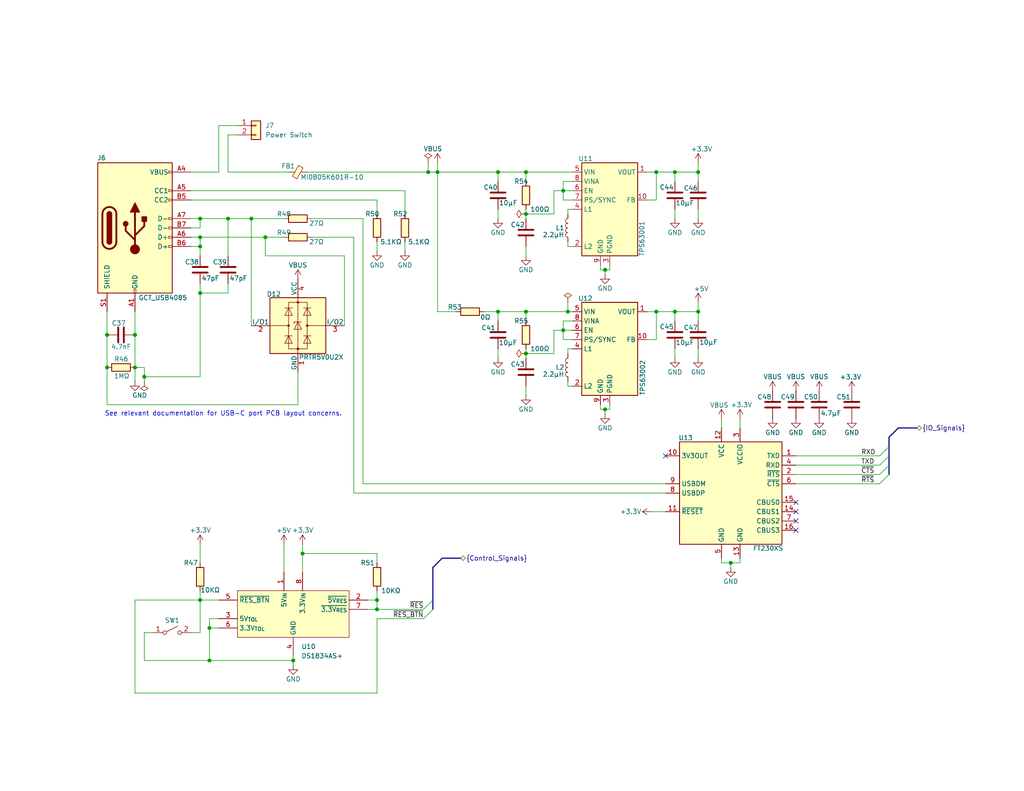
<source format=kicad_sch>
(kicad_sch (version 20231120) (generator "eeschema") (generator_version "8.0")
  (paper "USLetter")
  (lib_symbols
    (symbol "Connector:USB_C_Receptacle_USB2.0_14P" (pin_names (offset 1.016))
      (property "Reference" "J" (at 0 22.225 0))
      (property "Value" "USB_C_Receptacle_USB2.0_14P" (at 0 19.685 0))
      (symbol "USB_C_Receptacle_USB2.0_14P_0_0"
        (rectangle (start -0.254 -17.78) (end 0.254 -16.764))
        (rectangle (start 10.16 -4.826) (end 9.144 -5.334))
        (rectangle (start 10.16 -2.286) (end 9.144 -2.794))
        (rectangle (start 10.16 0.254) (end 9.144 -0.254))
        (rectangle (start 10.16 2.794) (end 9.144 2.286))
        (rectangle (start 10.16 7.874) (end 9.144 7.366))
        (rectangle (start 10.16 10.414) (end 9.144 9.906))
        (rectangle (start 10.16 15.494) (end 9.144 14.986))
      )
      (symbol "USB_C_Receptacle_USB2.0_14P_0_1"
        (rectangle (start -10.16 17.78) (end 10.16 -17.78) (stroke (width 0.254)) (fill (type background)))
        (arc (start -8.89 -3.81) (mid -6.985 -5.7067) (end -5.08 -3.81) (stroke (width 0.508)))
        (arc (start -7.62 -3.81) (mid -6.985 -4.4423) (end -6.35 -3.81) (stroke (width 0.254)))
        (arc (start -7.62 -3.81) (mid -6.985 -4.4423) (end -6.35 -3.81) (stroke (width 0.254)) (fill (type outline)))
        (rectangle (start -7.62 -3.81) (end -6.35 3.81) (stroke (width 0.254)) (fill (type outline)))
        (arc (start -6.35 3.81) (mid -6.985 4.4423) (end -7.62 3.81) (stroke (width 0.254)))
        (arc (start -6.35 3.81) (mid -6.985 4.4423) (end -7.62 3.81) (stroke (width 0.254)) (fill (type outline)))
        (arc (start -5.08 3.81) (mid -6.985 5.7067) (end -8.89 3.81) (stroke (width 0.508)))
        (circle (center -2.54 1.143) (radius 0.635) (stroke (width 0.254)) (fill (type outline)))
        (circle (center 0 -5.842) (radius 1.27) (fill (type outline)))
        (polyline (pts (xy -8.89 -3.81) (xy -8.89 3.81)) (stroke (width 0.508)))
        (polyline (pts (xy -5.08 3.81) (xy -5.08 -3.81)) (stroke (width 0.508)))
        (polyline (pts (xy 0 -5.842) (xy 0 4.318)) (stroke (width 0.508)))
        (polyline (pts (xy 0 -3.302) (xy -2.54 -0.762) (xy -2.54 0.508)) (stroke (width 0.508)))
        (polyline (pts (xy 0 -2.032) (xy 2.54 0.508) (xy 2.54 1.778)) (stroke (width 0.508)))
        (polyline (pts (xy -1.27 4.318) (xy 0 6.858) (xy 1.27 4.318) (xy -1.27 4.318)) (stroke (width 0.254)) (fill (type outline)))
        (rectangle (start 1.905 1.778) (end 3.175 3.048) (stroke (width 0.254)) (fill (type outline)))
      )
      (symbol "USB_C_Receptacle_USB2.0_14P_1_1"
        (pin passive line (at 0 -22.86 90) (length 5.08) (name "GND") (number "A1"))
        (pin passive line (at 0 -22.86 90) (length 5.08) hide (name "GND") (number "A12"))
        (pin passive line (at 15.24 15.24 180) (length 5.08) (name "VBUS") (number "A4"))
        (pin bidirectional line (at 15.24 10.16 180) (length 5.08) (name "CC1") (number "A5"))
        (pin bidirectional line (at 15.24 -2.54 180) (length 5.08) (name "D+") (number "A6"))
        (pin bidirectional line (at 15.24 2.54 180) (length 5.08) (name "D-") (number "A7"))
        (pin passive line (at 15.24 15.24 180) (length 5.08) hide (name "VBUS") (number "A9"))
        (pin passive line (at 0 -22.86 90) (length 5.08) hide (name "GND") (number "B1"))
        (pin passive line (at 0 -22.86 90) (length 5.08) hide (name "GND") (number "B12"))
        (pin passive line (at 15.24 15.24 180) (length 5.08) hide (name "VBUS") (number "B4"))
        (pin bidirectional line (at 15.24 7.62 180) (length 5.08) (name "CC2") (number "B5"))
        (pin bidirectional line (at 15.24 -5.08 180) (length 5.08) (name "D+") (number "B6"))
        (pin bidirectional line (at 15.24 0 180) (length 5.08) (name "D-") (number "B7"))
        (pin passive line (at 15.24 15.24 180) (length 5.08) hide (name "VBUS") (number "B9"))
        (pin passive line (at -7.62 -22.86 90) (length 5.08) (name "SHIELD") (number "S1"))
      )
    )
    (symbol "Connector_Generic:Conn_01x02" (pin_names (offset 1.016) hide)
      (property "Reference" "J" (at 0 2.54 0))
      (property "Value" "Conn_01x02" (at 0 -5.08 0))
      (symbol "Conn_01x02_1_1"
        (rectangle (start -1.27 -2.413) (end 0 -2.667) (stroke (width 0.1524)))
        (rectangle (start -1.27 0.127) (end 0 -0.127) (stroke (width 0.1524)))
        (rectangle (start -1.27 1.27) (end 1.27 -3.81) (stroke (width 0.254)) (fill (type background)))
        (pin passive line (at -5.08 0 0) (length 3.81) (name "Pin_1") (number "1"))
        (pin passive line (at -5.08 -2.54 0) (length 3.81) (name "Pin_2") (number "2"))
      )
    )
    (symbol "Device:C" (pin_numbers hide) (pin_names (offset 0.254))
      (property "Reference" "C" (at 0.635 2.54 0))
      (property "Value" "C" (at 0.635 -2.54 0))
      (symbol "C_0_1"
        (polyline (pts (xy -2.032 -0.762) (xy 2.032 -0.762)) (stroke (width 0.508)))
        (polyline (pts (xy -2.032 0.762) (xy 2.032 0.762)) (stroke (width 0.508)))
      )
      (symbol "C_1_1"
        (pin passive line (at 0 3.81 270) (length 2.794) (name "~") (number "1"))
        (pin passive line (at 0 -3.81 90) (length 2.794) (name "~") (number "2"))
      )
    )
    (symbol "Device:FerriteBead_Small" (pin_numbers hide) (pin_names (offset 0))
      (property "Reference" "FB" (at 1.905 1.27 0))
      (property "Value" "FerriteBead_Small" (at 1.905 -1.27 0))
      (symbol "FerriteBead_Small_0_1"
        (polyline (pts (xy 0 -1.27) (xy 0 -0.7874)))
        (polyline (pts (xy 0 0.889) (xy 0 1.2954)))
      )
      (symbol "FerriteBead_Small_1_1"
        (polyline (pts (xy -1.8288 0.2794) (xy -1.1176 1.4986) (xy 1.8288 -0.2032) (xy 1.1176 -1.4224) (xy -1.8288 0.2794)) (fill (type background)))
        (pin passive line (at 0 2.54 270) (length 1.27) (name "~") (number "1"))
        (pin passive line (at 0 -2.54 90) (length 1.27) (name "~") (number "2"))
      )
    )
    (symbol "Device:L" (pin_numbers hide) (pin_names (offset 1.016) hide)
      (property "Reference" "L" (at -1.27 0 90))
      (property "Value" "L" (at 1.905 0 90))
      (symbol "L_0_1"
        (arc (start 0 -2.54) (mid 0.6323 -1.905) (end 0 -1.27))
        (arc (start 0 -1.27) (mid 0.6323 -0.635) (end 0 0))
        (arc (start 0 0) (mid 0.6323 0.635) (end 0 1.27))
        (arc (start 0 1.27) (mid 0.6323 1.905) (end 0 2.54))
      )
      (symbol "L_1_1"
        (pin passive line (at 0 3.81 270) (length 1.27) (name "1") (number "1"))
        (pin passive line (at 0 -3.81 90) (length 1.27) (name "2") (number "2"))
      )
    )
    (symbol "Device:R" (pin_numbers hide) (pin_names (offset 0))
      (property "Reference" "R" (at 2.032 0 90))
      (property "Value" "R" (at 0 0 90))
      (symbol "R_1_1"
        (rectangle (start -1.016 2.54) (end 1.016 -2.54) (stroke (width 0.254)) (fill (type background)))
        (pin passive line (at 0 3.81 270) (length 1.27) (name "~") (number "1"))
        (pin passive line (at 0 -3.81 90) (length 1.27) (name "~") (number "2"))
      )
    )
    (symbol "Interface_USB:FT230XS"
      (property "Reference" "U" (at -13.97 15.24 0))
      (property "Value" "FT230XS" (at 7.62 15.24 0))
      (symbol "FT230XS_0_1"
        (rectangle (start -13.97 13.97) (end 13.97 -13.97) (stroke (width 0.254)) (fill (type background)))
      )
      (symbol "FT230XS_1_1"
        (pin output line (at 17.78 10.16 180) (length 3.81) (name "TXD") (number "1"))
        (pin power_out line (at -17.78 10.16 0) (length 3.81) (name "3V3OUT") (number "10"))
        (pin input line (at -17.78 -5.08 0) (length 3.81) (name "~{RESET}") (number "11"))
        (pin power_in line (at -2.54 17.78 270) (length 3.81) (name "VCC") (number "12"))
        (pin power_in line (at 2.54 -17.78 90) (length 3.81) (name "GND") (number "13"))
        (pin bidirectional line (at 17.78 -5.08 180) (length 3.81) (name "CBUS1") (number "14"))
        (pin bidirectional line (at 17.78 -2.54 180) (length 3.81) (name "CBUS0") (number "15"))
        (pin bidirectional line (at 17.78 -10.16 180) (length 3.81) (name "CBUS3") (number "16"))
        (pin output line (at 17.78 5.08 180) (length 3.81) (name "~{RTS}") (number "2"))
        (pin power_in line (at 2.54 17.78 270) (length 3.81) (name "VCCIO") (number "3"))
        (pin input line (at 17.78 7.62 180) (length 3.81) (name "RXD") (number "4"))
        (pin power_in line (at -2.54 -17.78 90) (length 3.81) (name "GND") (number "5"))
        (pin input line (at 17.78 2.54 180) (length 3.81) (name "~{CTS}") (number "6"))
        (pin bidirectional line (at 17.78 -7.62 180) (length 3.81) (name "CBUS2") (number "7"))
        (pin bidirectional line (at -17.78 0 0) (length 3.81) (name "USBDP") (number "8"))
        (pin bidirectional line (at -17.78 2.54 0) (length 3.81) (name "USBDM") (number "9"))
      )
    )
    (symbol "PWR_FLAG_1" (power) (pin_numbers hide) (pin_names (offset 0) hide)
      (property "Value" "PWR_FLAG" (at 0 3.81 0))
      (symbol "PWR_FLAG_1_0_0"
        (pin power_out line (at 0 0 90) (length 0) (name "~") (number "1"))
      )
      (symbol "PWR_FLAG_1_1_1"
        (polyline (pts (xy 0 0) (xy 0 1.27) (xy -1.016 1.905) (xy 0 2.54) (xy 1.016 1.905) (xy 0 1.27)) (fill (type background)))
      )
    )
    (symbol "PWR_FLAG_2" (power) (pin_numbers hide) (pin_names (offset 0) hide)
      (property "Value" "PWR_FLAG" (at 0 3.81 0))
      (symbol "PWR_FLAG_2_0_0"
        (pin power_out line (at 0 0 90) (length 0) (name "~") (number "1"))
      )
      (symbol "PWR_FLAG_2_1_1"
        (polyline (pts (xy 0 0) (xy 0 1.27) (xy -1.016 1.905) (xy 0 2.54) (xy 1.016 1.905) (xy 0 1.27)) (fill (type background)))
      )
    )
    (symbol "PWR_FLAG_3" (power) (pin_numbers hide) (pin_names (offset 0) hide)
      (property "Value" "PWR_FLAG" (at 0 3.81 0))
      (symbol "PWR_FLAG_3_0_0"
        (pin power_out line (at 0 0 90) (length 0) (name "~") (number "1"))
      )
      (symbol "PWR_FLAG_3_1_1"
        (polyline (pts (xy 0 0) (xy 0 1.27) (xy -1.016 1.905) (xy 0 2.54) (xy 1.016 1.905) (xy 0 1.27)) (fill (type background)))
      )
    )
    (symbol "PWR_FLAG_4" (power) (pin_numbers hide) (pin_names (offset 0) hide)
      (property "Value" "PWR_FLAG" (at 0 3.81 0))
      (symbol "PWR_FLAG_4_0_0"
        (pin power_out line (at 0 0 90) (length 0) (name "~") (number "1"))
      )
      (symbol "PWR_FLAG_4_1_1"
        (polyline (pts (xy 0 0) (xy 0 1.27) (xy -1.016 1.905) (xy 0 2.54) (xy 1.016 1.905) (xy 0 1.27)) (fill (type background)))
      )
    )
    (symbol "Power_Protection:PRTR5V0U2X" (pin_names (offset 0))
      (property "Reference" "D" (at 2.794 8.636 0))
      (property "Value" "PRTR5V0U2X" (at 8.128 -9.398 0))
      (symbol "PRTR5V0U2X_0_1"
        (rectangle (start -7.62 -7.62) (end 7.62 7.62) (stroke (width 0.254)) (fill (type background)))
        (circle (center -2.54 0) (radius 0.254) (fill (type outline)))
        (rectangle (start -2.54 6.35) (end 2.54 -6.35))
        (circle (center 0 -6.35) (radius 0.254) (fill (type outline)))
        (polyline (pts (xy -2.54 0) (xy -7.62 0)))
        (polyline (pts (xy -1.524 -2.794) (xy -3.556 -2.794)))
        (polyline (pts (xy -1.524 4.826) (xy -3.556 4.826)))
        (polyline (pts (xy 0 -7.62) (xy 0 7.62)))
        (polyline (pts (xy 1.524 -2.794) (xy 3.556 -2.794)))
        (polyline (pts (xy 1.524 4.826) (xy 3.556 4.826)))
        (polyline (pts (xy 2.54 0) (xy 7.62 0)))
        (polyline (pts (xy 1.016 1.016) (xy -1.016 1.016) (xy -1.016 0.508)))
        (polyline (pts (xy -3.556 -4.826) (xy -1.524 -4.826) (xy -2.54 -2.794) (xy -3.556 -4.826)))
        (polyline (pts (xy -3.556 2.794) (xy -1.524 2.794) (xy -2.54 4.826) (xy -3.556 2.794)))
        (polyline (pts (xy -1.016 -1.016) (xy 1.016 -1.016) (xy 0 1.016) (xy -1.016 -1.016)))
        (polyline (pts (xy 3.556 -4.826) (xy 1.524 -4.826) (xy 2.54 -2.794) (xy 3.556 -4.826)))
        (polyline (pts (xy 3.556 2.794) (xy 1.524 2.794) (xy 2.54 4.826) (xy 3.556 2.794)))
        (circle (center 0 6.35) (radius 0.254) (fill (type outline)))
        (circle (center 2.54 0) (radius 0.254) (fill (type outline)))
      )
      (symbol "PRTR5V0U2X_1_1"
        (pin passive line (at 0 -12.7 90) (length 5.08) (name "GND") (number "1"))
        (pin passive line (at -12.7 0 0) (length 5.08) (name "I/O1") (number "2"))
        (pin passive line (at 12.7 0 180) (length 5.08) (name "I/O2") (number "3"))
        (pin passive line (at 0 12.7 270) (length 5.08) (name "VCC") (number "4"))
      )
    )
    (symbol "Regulator_Switching:TPS63001"
      (property "Reference" "U" (at -7.62 13.97 0))
      (property "Value" "TPS63001" (at 5.08 13.97 0))
      (symbol "TPS63001_0_1"
        (rectangle (start -7.62 12.7) (end 7.62 -12.7) (stroke (width 0.254)) (fill (type background)))
      )
      (symbol "TPS63001_1_1"
        (pin power_out line (at 10.16 10.16 180) (length 2.54) (name "VOUT") (number "1"))
        (pin input line (at 10.16 2.54 180) (length 2.54) (name "FB") (number "10"))
        (pin passive line (at 0 -15.24 90) (length 2.54) hide (name "PGND") (number "11"))
        (pin input line (at -10.16 -10.16 0) (length 2.54) (name "L2") (number "2"))
        (pin power_in line (at 0 -15.24 90) (length 2.54) (name "PGND") (number "3"))
        (pin input line (at -10.16 0 0) (length 2.54) (name "L1") (number "4"))
        (pin power_in line (at -10.16 10.16 0) (length 2.54) (name "VIN") (number "5"))
        (pin input line (at -10.16 5.08 0) (length 2.54) (name "EN") (number "6"))
        (pin input line (at -10.16 2.54 0) (length 2.54) (name "PS/SYNC") (number "7"))
        (pin power_in line (at -10.16 7.62 0) (length 2.54) (name "VINA") (number "8"))
        (pin power_in line (at -2.54 -15.24 90) (length 2.54) (name "GND") (number "9"))
      )
    )
    (symbol "Regulator_Switching:TPS63002"
      (property "Reference" "U" (at -7.62 13.97 0))
      (property "Value" "TPS63002" (at 5.08 13.97 0))
      (symbol "TPS63002_0_1"
        (rectangle (start -7.62 12.7) (end 7.62 -12.7) (stroke (width 0.254)) (fill (type background)))
      )
      (symbol "TPS63002_1_1"
        (pin power_out line (at 10.16 10.16 180) (length 2.54) (name "VOUT") (number "1"))
        (pin input line (at 10.16 2.54 180) (length 2.54) (name "FB") (number "10"))
        (pin passive line (at 0 -15.24 90) (length 2.54) hide (name "PGND") (number "11"))
        (pin input line (at -10.16 -10.16 0) (length 2.54) (name "L2") (number "2"))
        (pin power_in line (at 0 -15.24 90) (length 2.54) (name "PGND") (number "3"))
        (pin input line (at -10.16 0 0) (length 2.54) (name "L1") (number "4"))
        (pin power_in line (at -10.16 10.16 0) (length 2.54) (name "VIN") (number "5"))
        (pin input line (at -10.16 5.08 0) (length 2.54) (name "EN") (number "6"))
        (pin input line (at -10.16 2.54 0) (length 2.54) (name "PS/SYNC") (number "7"))
        (pin power_in line (at -10.16 7.62 0) (length 2.54) (name "VINA") (number "8"))
        (pin power_in line (at -2.54 -15.24 90) (length 2.54) (name "GND") (number "9"))
      )
    )
    (symbol "Sentinel 65X - Prototype 4 V2:DS1834AS+"
      (property "Reference" "U" (at 0.6077 0.8319 0))
      (property "Value" "DS1834AS+" (at 0 0 0))
      (symbol "DS1834AS+_1_1"
        (rectangle (start 0 0) (end 30.48 -12.7) (fill (type background)))
        (pin power_in line (at 12.7 5.08 270) (length 5.08) (name "5V_{IN}") (number "1"))
        (pin output line (at 35.56 -2.54 180) (length 5.08) (name "~{5V_{RES}}") (number "2"))
        (pin input line (at -5.08 -7.62 0) (length 5.08) (name "5V_{TOL}") (number "3"))
        (pin power_in line (at 15.24 -17.78 90) (length 5.08) (name "GND") (number "4"))
        (pin input line (at -5.08 -2.54 0) (length 5.08) (name "~{RES_BTN}") (number "5"))
        (pin input line (at -5.08 -10.16 0) (length 5.08) (name "3.3V_{TOL}") (number "6"))
        (pin output line (at 35.56 -5.08 180) (length 5.08) (name "~{3.3V_{RES}}") (number "7"))
        (pin power_in line (at 17.78 5.08 270) (length 5.08) (name "3.3V_{IN}") (number "8"))
      )
    )
    (symbol "Switch:SW_SPST" (pin_names (offset 0) hide)
      (property "Reference" "SW" (at 0 3.175 0))
      (property "Value" "SW_SPST" (at 0 -2.54 0))
      (symbol "SW_SPST_0_0"
        (circle (center -2.032 0) (radius 0.508))
        (polyline (pts (xy -1.524 0.254) (xy 1.524 1.778)))
        (circle (center 2.032 0) (radius 0.508))
      )
      (symbol "SW_SPST_1_1"
        (pin passive line (at -5.08 0 0) (length 2.54) (name "A") (number "1"))
        (pin passive line (at 5.08 0 180) (length 2.54) (name "B") (number "2"))
      )
    )
    (symbol "power:+3.3V" (power) (pin_numbers hide) (pin_names (offset 0) hide)
      (property "Value" "+3.3V" (at 0 3.556 0))
      (symbol "+3.3V_0_1"
        (polyline (pts (xy -0.762 1.27) (xy 0 2.54)))
        (polyline (pts (xy 0 0) (xy 0 2.54)))
        (polyline (pts (xy 0 2.54) (xy 0.762 1.27)))
      )
      (symbol "+3.3V_1_1"
        (pin power_in line (at 0 0 90) (length 0) (name "~") (number "1"))
      )
    )
    (symbol "power:+5V" (power) (pin_numbers hide) (pin_names (offset 0) hide)
      (property "Value" "+5V" (at 0 3.556 0))
      (symbol "+5V_0_1"
        (polyline (pts (xy -0.762 1.27) (xy 0 2.54)))
        (polyline (pts (xy 0 0) (xy 0 2.54)))
        (polyline (pts (xy 0 2.54) (xy 0.762 1.27)))
      )
      (symbol "+5V_1_1"
        (pin power_in line (at 0 0 90) (length 0) (name "~") (number "1"))
      )
    )
    (symbol "power:GND" (power) (pin_numbers hide) (pin_names (offset 0) hide)
      (property "Value" "GND" (at 0 -3.81 0))
      (symbol "GND_0_1"
        (polyline (pts (xy 0 0) (xy 0 -1.27) (xy 1.27 -1.27) (xy 0 -2.54) (xy -1.27 -1.27) (xy 0 -1.27)))
      )
      (symbol "GND_1_1"
        (pin power_in line (at 0 0 270) (length 0) (name "~") (number "1"))
      )
    )
    (symbol "power:PWR_FLAG" (power) (pin_numbers hide) (pin_names (offset 0) hide)
      (property "Value" "PWR_FLAG" (at 0 3.81 0))
      (symbol "PWR_FLAG_0_0"
        (pin power_out line (at 0 0 90) (length 0) (name "~") (number "1"))
      )
      (symbol "PWR_FLAG_1_1"
        (polyline (pts (xy 0 0) (xy 0 1.27) (xy -1.016 1.905) (xy 0 2.54) (xy 1.016 1.905) (xy 0 1.27)) (fill (type background)))
      )
    )
    (symbol "power:VBUS" (power) (pin_numbers hide) (pin_names (offset 0) hide)
      (property "Value" "VBUS" (at 0 3.556 0))
      (symbol "VBUS_0_1"
        (polyline (pts (xy -0.762 1.27) (xy 0 2.54)))
        (polyline (pts (xy 0 0) (xy 0 2.54)))
        (polyline (pts (xy 0 2.54) (xy 0.762 1.27)))
      )
      (symbol "VBUS_1_1"
        (pin power_in line (at 0 0 90) (length 0) (name "~") (number "1"))
      )
    )
  )
  (junction (at 57.15 171.45))
  (junction (at 184.15 46.99))
  (junction (at 154.94 85.09))
  (junction (at 184.15 85.09))
  (junction (at 54.61 80.01))
  (junction (at 36.83 91.44))
  (junction (at 102.87 166.37))
  (junction (at 36.83 100.33))
  (junction (at 179.07 85.09))
  (junction (at 165.1 111.76))
  (junction (at 68.58 59.69))
  (junction (at 135.89 85.09))
  (junction (at 82.55 151.13))
  (junction (at 72.39 64.77))
  (junction (at 165.1 73.66))
  (junction (at 143.51 85.09))
  (junction (at 102.87 163.83))
  (junction (at 153.67 52.07))
  (junction (at 190.5 85.09))
  (junction (at 29.21 100.33))
  (junction (at 29.21 91.44))
  (junction (at 135.89 46.99))
  (junction (at 80.01 180.34))
  (junction (at 57.15 180.34))
  (junction (at 143.51 58.42))
  (junction (at 153.67 90.17))
  (junction (at 54.61 64.77))
  (junction (at 199.39 153.67))
  (junction (at 54.61 59.69))
  (junction (at 54.61 67.31))
  (junction (at 54.61 163.83))
  (junction (at 143.51 96.52))
  (junction (at 143.51 46.99))
  (junction (at 62.23 59.69))
  (junction (at 39.37 102.87))
  (junction (at 179.07 46.99))
  (junction (at 116.84 46.99))
  (junction (at 119.38 46.99))
  (junction (at 190.5 46.99))
  (no_connect (at 217.17 142.24))
  (no_connect (at 217.17 144.78))
  (no_connect (at 217.17 137.16))
  (no_connect (at 217.17 139.7))
  (no_connect (at 181.61 124.46))
  (bus_entry (at 242.57 121.92) (size -2.54 2.54))
  (bus_entry (at 242.57 124.46) (size -2.54 2.54))
  (bus_entry (at 118.11 163.83) (size -2.54 2.54))
  (bus_entry (at 118.11 166.37) (size -2.54 2.54))
  (bus_entry (at 242.57 127) (size -2.54 2.54))
  (bus_entry (at 242.57 129.54) (size -2.54 2.54))
  (wire (pts (xy 59.69 34.29) (xy 64.77 34.29)))
  (bus (pts (xy 118.11 163.83) (xy 118.11 166.37)))
  (wire (pts (xy 102.87 54.61) (xy 102.87 58.42)))
  (wire (pts (xy 62.23 77.47) (xy 62.23 80.01)))
  (wire (pts (xy 143.51 95.25) (xy 143.51 96.52)))
  (wire (pts (xy 143.51 57.15) (xy 143.51 58.42)))
  (wire (pts (xy 132.08 85.09) (xy 135.89 85.09)))
  (wire (pts (xy 184.15 46.99) (xy 184.15 49.53)))
  (wire (pts (xy 143.51 46.99) (xy 143.51 49.53)))
  (wire (pts (xy 176.53 54.61) (xy 179.07 54.61)))
  (wire (pts (xy 62.23 36.83) (xy 64.77 36.83)))
  (wire (pts (xy 68.58 59.69) (xy 68.58 88.9)))
  (wire (pts (xy 153.67 49.53) (xy 156.21 49.53)))
  (bus (pts (xy 242.57 119.38) (xy 242.57 121.92)))
  (wire (pts (xy 54.61 59.69) (xy 54.61 62.23)))
  (wire (pts (xy 201.93 114.3) (xy 201.93 116.84)))
  (wire (pts (xy 93.98 69.85) (xy 93.98 88.9)))
  (wire (pts (xy 54.61 59.69) (xy 52.07 59.69)))
  (wire (pts (xy 29.21 91.44) (xy 29.21 100.33)))
  (wire (pts (xy 77.47 148.59) (xy 77.47 156.21)))
  (wire (pts (xy 99.06 59.69) (xy 99.06 132.08)))
  (wire (pts (xy 154.94 57.15) (xy 154.94 58.42)))
  (wire (pts (xy 102.87 168.91) (xy 102.87 189.23)))
  (wire (pts (xy 196.85 153.67) (xy 199.39 153.67)))
  (wire (pts (xy 153.67 87.63) (xy 156.21 87.63)))
  (wire (pts (xy 163.83 111.76) (xy 165.1 111.76)))
  (wire (pts (xy 57.15 171.45) (xy 57.15 180.34)))
  (wire (pts (xy 154.94 95.25) (xy 156.21 95.25)))
  (wire (pts (xy 199.39 153.67) (xy 201.93 153.67)))
  (wire (pts (xy 119.38 46.99) (xy 119.38 85.09)))
  (wire (pts (xy 54.61 148.59) (xy 54.61 153.67)))
  (wire (pts (xy 154.94 95.25) (xy 154.94 96.52)))
  (wire (pts (xy 196.85 114.3) (xy 196.85 116.84)))
  (wire (pts (xy 151.13 52.07) (xy 151.13 58.42)))
  (wire (pts (xy 62.23 36.83) (xy 62.23 46.99)))
  (bus (pts (xy 120.65 152.4) (xy 118.11 154.94)))
  (wire (pts (xy 151.13 90.17) (xy 151.13 96.52)))
  (wire (pts (xy 143.51 96.52) (xy 151.13 96.52)))
  (wire (pts (xy 82.55 151.13) (xy 82.55 156.21)))
  (wire (pts (xy 96.52 64.77) (xy 96.52 134.62)))
  (wire (pts (xy 52.07 52.07) (xy 110.49 52.07)))
  (wire (pts (xy 85.09 64.77) (xy 96.52 64.77)))
  (wire (pts (xy 80.01 179.07) (xy 80.01 180.34)))
  (wire (pts (xy 57.15 168.91) (xy 57.15 171.45)))
  (wire (pts (xy 57.15 171.45) (xy 59.69 171.45)))
  (wire (pts (xy 217.17 124.46) (xy 240.03 124.46)))
  (wire (pts (xy 153.67 54.61) (xy 156.21 54.61)))
  (wire (pts (xy 36.83 100.33) (xy 39.37 100.33)))
  (wire (pts (xy 179.07 46.99) (xy 179.07 54.61)))
  (wire (pts (xy 54.61 77.47) (xy 54.61 80.01)))
  (wire (pts (xy 190.5 46.99) (xy 190.5 49.53)))
  (wire (pts (xy 52.07 64.77) (xy 54.61 64.77)))
  (wire (pts (xy 54.61 59.69) (xy 62.23 59.69)))
  (wire (pts (xy 62.23 46.99) (xy 78.74 46.99)))
  (wire (pts (xy 143.51 58.42) (xy 151.13 58.42)))
  (wire (pts (xy 165.1 111.76) (xy 166.37 111.76)))
  (wire (pts (xy 39.37 102.87) (xy 39.37 104.14)))
  (wire (pts (xy 39.37 100.33) (xy 39.37 102.87)))
  (wire (pts (xy 72.39 69.85) (xy 93.98 69.85)))
  (wire (pts (xy 154.94 104.14) (xy 154.94 105.41)))
  (wire (pts (xy 119.38 44.45) (xy 119.38 46.99)))
  (bus (pts (xy 118.11 154.94) (xy 118.11 163.83)))
  (wire (pts (xy 196.85 152.4) (xy 196.85 153.67)))
  (wire (pts (xy 165.1 73.66) (xy 165.1 74.93)))
  (bus (pts (xy 242.57 121.92) (xy 242.57 124.46)))
  (wire (pts (xy 54.61 67.31) (xy 54.61 69.85)))
  (wire (pts (xy 29.21 85.09) (xy 29.21 91.44)))
  (wire (pts (xy 184.15 85.09) (xy 184.15 87.63)))
  (wire (pts (xy 163.83 110.49) (xy 163.83 111.76)))
  (wire (pts (xy 82.55 151.13) (xy 102.87 151.13)))
  (wire (pts (xy 184.15 97.79) (xy 184.15 95.25)))
  (wire (pts (xy 153.67 52.07) (xy 153.67 54.61)))
  (wire (pts (xy 102.87 151.13) (xy 102.87 153.67)))
  (wire (pts (xy 52.07 46.99) (xy 59.69 46.99)))
  (wire (pts (xy 199.39 154.94) (xy 199.39 153.67)))
  (wire (pts (xy 68.58 59.69) (xy 77.47 59.69)))
  (wire (pts (xy 190.5 85.09) (xy 190.5 82.55)))
  (bus (pts (xy 120.65 152.4) (xy 125.73 152.4)))
  (wire (pts (xy 85.09 59.69) (xy 99.06 59.69)))
  (wire (pts (xy 116.84 46.99) (xy 119.38 46.99)))
  (wire (pts (xy 102.87 66.04) (xy 102.87 68.58)))
  (bus (pts (xy 242.57 127) (xy 242.57 129.54)))
  (wire (pts (xy 59.69 34.29) (xy 59.69 46.99)))
  (wire (pts (xy 153.67 92.71) (xy 156.21 92.71)))
  (wire (pts (xy 135.89 97.79) (xy 135.89 95.25)))
  (wire (pts (xy 72.39 64.77) (xy 72.39 69.85)))
  (wire (pts (xy 29.21 100.33) (xy 29.21 110.49)))
  (wire (pts (xy 36.83 85.09) (xy 36.83 91.44)))
  (wire (pts (xy 165.1 73.66) (xy 166.37 73.66)))
  (wire (pts (xy 143.51 85.09) (xy 143.51 87.63)))
  (wire (pts (xy 36.83 100.33) (xy 36.83 104.14)))
  (wire (pts (xy 184.15 85.09) (xy 190.5 85.09)))
  (wire (pts (xy 54.61 80.01) (xy 62.23 80.01)))
  (wire (pts (xy 39.37 172.72) (xy 41.91 172.72)))
  (wire (pts (xy 80.01 180.34) (xy 80.01 181.61)))
  (wire (pts (xy 52.07 172.72) (xy 54.61 172.72)))
  (wire (pts (xy 154.94 66.04) (xy 154.94 67.31)))
  (bus (pts (xy 242.57 124.46) (xy 242.57 127)))
  (wire (pts (xy 166.37 72.39) (xy 166.37 73.66)))
  (wire (pts (xy 179.07 85.09) (xy 184.15 85.09)))
  (wire (pts (xy 154.94 85.09) (xy 156.21 85.09)))
  (wire (pts (xy 83.82 46.99) (xy 116.84 46.99)))
  (wire (pts (xy 217.17 127) (xy 240.03 127)))
  (wire (pts (xy 39.37 180.34) (xy 57.15 180.34)))
  (wire (pts (xy 190.5 59.69) (xy 190.5 57.15)))
  (wire (pts (xy 153.67 87.63) (xy 153.67 90.17)))
  (wire (pts (xy 54.61 163.83) (xy 54.61 172.72)))
  (wire (pts (xy 201.93 152.4) (xy 201.93 153.67)))
  (wire (pts (xy 135.89 46.99) (xy 143.51 46.99)))
  (wire (pts (xy 62.23 59.69) (xy 68.58 59.69)))
  (wire (pts (xy 100.33 163.83) (xy 102.87 163.83)))
  (wire (pts (xy 143.51 85.09) (xy 154.94 85.09)))
  (wire (pts (xy 82.55 148.59) (xy 82.55 151.13)))
  (wire (pts (xy 153.67 49.53) (xy 153.67 52.07)))
  (wire (pts (xy 54.61 64.77) (xy 54.61 67.31)))
  (wire (pts (xy 163.83 73.66) (xy 165.1 73.66)))
  (wire (pts (xy 143.51 107.95) (xy 143.51 105.41)))
  (wire (pts (xy 179.07 46.99) (xy 184.15 46.99)))
  (wire (pts (xy 119.38 46.99) (xy 135.89 46.99)))
  (wire (pts (xy 143.51 46.99) (xy 156.21 46.99)))
  (wire (pts (xy 151.13 90.17) (xy 153.67 90.17)))
  (wire (pts (xy 135.89 46.99) (xy 135.89 49.53)))
  (bus (pts (xy 250.19 116.84) (xy 245.11 116.84)))
  (wire (pts (xy 135.89 85.09) (xy 135.89 87.63)))
  (wire (pts (xy 99.06 132.08) (xy 181.61 132.08)))
  (wire (pts (xy 179.07 85.09) (xy 179.07 92.71)))
  (wire (pts (xy 151.13 52.07) (xy 153.67 52.07)))
  (wire (pts (xy 176.53 85.09) (xy 179.07 85.09)))
  (wire (pts (xy 153.67 52.07) (xy 156.21 52.07)))
  (wire (pts (xy 102.87 163.83) (xy 102.87 166.37)))
  (wire (pts (xy 96.52 134.62) (xy 181.61 134.62)))
  (wire (pts (xy 143.51 58.42) (xy 143.51 59.69)))
  (wire (pts (xy 153.67 90.17) (xy 153.67 92.71)))
  (wire (pts (xy 154.94 67.31) (xy 156.21 67.31)))
  (wire (pts (xy 176.53 46.99) (xy 179.07 46.99)))
  (wire (pts (xy 154.94 82.55) (xy 154.94 85.09)))
  (wire (pts (xy 36.83 189.23) (xy 102.87 189.23)))
  (wire (pts (xy 54.61 163.83) (xy 59.69 163.83)))
  (wire (pts (xy 166.37 110.49) (xy 166.37 111.76)))
  (wire (pts (xy 143.51 69.85) (xy 143.51 67.31)))
  (wire (pts (xy 57.15 168.91) (xy 59.69 168.91)))
  (wire (pts (xy 135.89 85.09) (xy 143.51 85.09)))
  (wire (pts (xy 102.87 166.37) (xy 115.57 166.37)))
  (wire (pts (xy 36.83 163.83) (xy 54.61 163.83)))
  (wire (pts (xy 190.5 97.79) (xy 190.5 95.25)))
  (wire (pts (xy 102.87 161.29) (xy 102.87 163.83)))
  (wire (pts (xy 100.33 166.37) (xy 102.87 166.37)))
  (wire (pts (xy 135.89 59.69) (xy 135.89 57.15)))
  (bus (pts (xy 245.11 116.84) (xy 242.57 119.38)))
  (wire (pts (xy 153.67 90.17) (xy 156.21 90.17)))
  (wire (pts (xy 154.94 57.15) (xy 156.21 57.15)))
  (wire (pts (xy 36.83 163.83) (xy 36.83 189.23)))
  (wire (pts (xy 165.1 111.76) (xy 165.1 113.03)))
  (wire (pts (xy 54.61 161.29) (xy 54.61 163.83)))
  (wire (pts (xy 39.37 102.87) (xy 54.61 102.87)))
  (wire (pts (xy 102.87 168.91) (xy 115.57 168.91)))
  (wire (pts (xy 163.83 72.39) (xy 163.83 73.66)))
  (wire (pts (xy 110.49 52.07) (xy 110.49 58.42)))
  (wire (pts (xy 54.61 80.01) (xy 54.61 102.87)))
  (wire (pts (xy 190.5 85.09) (xy 190.5 87.63)))
  (wire (pts (xy 57.15 180.34) (xy 80.01 180.34)))
  (wire (pts (xy 143.51 96.52) (xy 143.51 97.79)))
  (wire (pts (xy 29.21 110.49) (xy 81.28 110.49)))
  (wire (pts (xy 154.94 105.41) (xy 156.21 105.41)))
  (wire (pts (xy 52.07 54.61) (xy 102.87 54.61)))
  (wire (pts (xy 177.8 139.7) (xy 181.61 139.7)))
  (wire (pts (xy 116.84 44.45) (xy 116.84 46.99)))
  (wire (pts (xy 36.83 91.44) (xy 36.83 100.33)))
  (wire (pts (xy 54.61 64.77) (xy 72.39 64.77)))
  (wire (pts (xy 217.17 132.08) (xy 240.03 132.08)))
  (wire (pts (xy 52.07 62.23) (xy 54.61 62.23)))
  (wire (pts (xy 119.38 85.09) (xy 124.46 85.09)))
  (wire (pts (xy 110.49 66.04) (xy 110.49 68.58)))
  (wire (pts (xy 81.28 101.6) (xy 81.28 110.49)))
  (wire (pts (xy 217.17 129.54) (xy 240.03 129.54)))
  (wire (pts (xy 39.37 172.72) (xy 39.37 180.34)))
  (wire (pts (xy 72.39 64.77) (xy 77.47 64.77)))
  (wire (pts (xy 176.53 92.71) (xy 179.07 92.71)))
  (wire (pts (xy 190.5 44.45) (xy 190.5 46.99)))
  (wire (pts (xy 184.15 59.69) (xy 184.15 57.15)))
  (wire (pts (xy 52.07 67.31) (xy 54.61 67.31)))
  (wire (pts (xy 184.15 46.99) (xy 190.5 46.99)))
  (wire (pts (xy 62.23 59.69) (xy 62.23 69.85)))
  (text "See relevant documentation for USB-C port PCB layout concerns." (at 60.96 113.03 0) (effects (font (size 1.27 1.27))))
  (label "~{CTS}" (at 234.95 129.54 0))
  (label "RXD" (at 234.95 124.46 0))
  (label "TXD" (at 234.95 127 0))
  (label "~{RES}" (at 111.76 166.37 0))
  (label "~{RTS}" (at 234.95 132.08 0))
  (label "~{RES_BTN}" (at 115.57 168.91 180))
  (hierarchical_label "{Control_Signals}" (shape bidirectional) (at 125.73 152.4 0))
  (hierarchical_label "{IO_Signals}" (shape bidirectional) (at 250.19 116.84 0))
  (symbol (lib_id "Device:C") (at 143.51 63.5 0) (unit 1)
    (property "Reference" "C42" (at 139.314 61.3848 0) (effects (justify left)))
    (property "Value" "CL05A106MQ5NUNC" (effects (hide yes)))
    (property "Footprint" "Capacitor_SMD:C_0402_1005Metric" (effects (hide yes)))
    (property "Description" "Unpolarized capacitor" (effects (hide yes)))
  )
  (symbol (lib_id "Device:R") (at 110.49 62.23 180) (unit 1)
    (property "Reference" "R52" (at 109.22 58.42 0))
    (property "Value" "5.1KΩ" (at 114.3 66.04 0))
    (property "Footprint" "Resistor_SMD:R_0402_1005Metric" (effects (hide yes)))
    (property "Description" "Resistor" (effects (hide yes)))
  )
  (symbol (lib_id "power:+3.3V") (at 190.5 44.45 0) (unit 1)
    (property "Reference" "#PWR0147" (effects (hide yes)))
    (property "Value" "+3.3V" (at 191.4337 40.7004 0))
    (property "Description" "Power symbol creates a global label with name \"+3.3V\"" (effects (hide yes)))
  )
  (symbol (lib_id "power:GND") (at 199.39 154.94 0) (unit 1)
    (property "Reference" "#PWR0152" (effects (hide yes)))
    (property "Value" "GND" (at 199.39 158.75 0))
    (property "Description" "Power symbol creates a global label with name \"GND\" , ground" (effects (hide yes)))
  )
  (symbol (lib_id "power:VBUS") (at 81.28 76.2 0) (unit 1)
    (property "Reference" "#PWR0133" (effects (hide yes)))
    (property "Value" "VBUS" (at 81.28 72.39 0))
    (property "Description" "Power symbol creates a global label with name \"VBUS\"" (effects (hide yes)))
  )
  (symbol (lib_id "power:GND") (at 80.01 181.61 0) (unit 1)
    (property "Reference" "#PWR0132" (effects (hide yes)))
    (property "Value" "GND" (at 80.01 185.42 0))
    (property "Description" "Power symbol creates a global label with name \"GND\" , ground" (effects (hide yes)))
  )
  (symbol (lib_id "power:GND") (at 190.5 97.79 0) (unit 1)
    (property "Reference" "#PWR0150" (effects (hide yes)))
    (property "Value" "GND" (at 190.5 101.6 0))
    (property "Description" "Power symbol creates a global label with name \"GND\" , ground" (effects (hide yes)))
  )
  (symbol (lib_id "Device:R") (at 143.51 91.44 180) (unit 1)
    (property "Reference" "R55" (at 142.24 87.63 0))
    (property "Value" "100Ω" (at 147.32 95.25 0))
    (property "Footprint" "Resistor_SMD:R_0402_1005Metric" (effects (hide yes)))
    (property "Description" "Resistor" (effects (hide yes)))
  )
  (symbol (lib_name "PWR_FLAG_2") (lib_id "power:PWR_FLAG") (at 39.37 104.14 180) (unit 1)
    (property "Reference" "#FLG03" (effects (hide yes)))
    (property "Value" "PWR_FLAG" (effects (hide yes)))
    (property "Description" "Special symbol for telling ERC where power comes from" (effects (hide yes)))
  )
  (symbol (lib_name "PWR_FLAG_3") (lib_id "power:PWR_FLAG") (at 143.51 58.42 90) (unit 1)
    (property "Reference" "#FLG05" (effects (hide yes)))
    (property "Value" "PWR_FLAG" (effects (hide yes)))
    (property "Description" "Special symbol for telling ERC where power comes from" (effects (hide yes)))
  )
  (symbol (lib_id "Regulator_Switching:TPS63002") (at 166.37 95.25 0) (unit 1)
    (property "Reference" "U12" (at 159.7328 81.4764 0))
    (property "Value" "TPS63002" (at 175.3415 103.1174 90))
    (property "Footprint" "Package_SON:Texas_DRC0010J_ThermalVias" (effects (hide yes)))
    (property "Datasheet" "http://www.ti.com/lit/ds/symlink/tps63000.pdf" (effects (hide yes)))
    (property "Description" "Buck-Boost Converter, 1.8-5.5V Input Voltage, 1.7A Switch Current, 5V Output Voltage, VSON-10" (effects (hide yes)))
  )
  (symbol (lib_id "power:VBUS") (at 217.17 106.68 0) (unit 1)
    (property "Reference" "#PWR0156" (effects (hide yes)))
    (property "Value" "VBUS" (at 217.17 102.87 0))
    (property "Description" "Power symbol creates a global label with name \"VBUS\"" (effects (hide yes)))
  )
  (symbol (lib_id "Device:R") (at 81.28 59.69 90) (unit 1)
    (property "Reference" "R48" (at 77.47 58.42 90))
    (property "Value" "27Ω" (at 86.36 60.96 90))
    (property "Footprint" "Resistor_SMD:R_0402_1005Metric" (effects (hide yes)))
    (property "Description" "Resistor" (effects (hide yes)))
  )
  (symbol (lib_id "Connector:USB_C_Receptacle_USB2.0_14P") (at 36.83 62.23 0) (unit 1)
    (property "Reference" "J6" (at 27.7388 43.0967 0))
    (property "Value" "GCT_USB4085" (at 44.45 81.28 0))
    (property "Footprint" "Connector_USB:USB_C_Receptacle_GCT_USB4085" (effects (hide yes)))
    (property "Datasheet" "https://www.usb.org/sites/default/files/documents/usb_type-c.zip" (effects (hide yes)))
    (property "Description" "USB 2.0-only 14P Type-C Receptacle connector" (effects (hide yes)))
  )
  (symbol (lib_id "Device:R") (at 102.87 157.48 180) (unit 1)
    (property "Reference" "R51" (at 100.33 153.67 0))
    (property "Value" "10KΩ" (at 106.68 161.29 0))
    (property "Footprint" "Resistor_SMD:R_0402_1005Metric" (effects (hide yes)))
    (property "Description" "Resistor" (effects (hide yes)))
  )
  (symbol (lib_id "power:GND") (at 184.15 97.79 0) (unit 1)
    (property "Reference" "#PWR0146" (effects (hide yes)))
    (property "Value" "GND" (at 184.15 101.6 0))
    (property "Description" "Power symbol creates a global label with name \"GND\" , ground" (effects (hide yes)))
  )
  (symbol (lib_id "Device:C") (at 135.89 91.44 180) (unit 1)
    (property "Reference" "C41" (at 135.2373 89.5058 0) (effects (justify left)))
    (property "Value" "10µF" (at 141.1246 93.5577 0) (effects (justify left)))
    (property "Footprint" "Capacitor_SMD:C_0402_1005Metric" (effects (hide yes)))
    (property "Description" "Unpolarized capacitor" (effects (hide yes)))
  )
  (symbol (lib_id "Device:C") (at 190.5 91.44 180) (unit 1)
    (property "Reference" "C47" (at 190.4406 89.4581 0) (effects (justify left)))
    (property "Value" "10µF" (at 195.8293 93.4401 0) (effects (justify left)))
    (property "Footprint" "Capacitor_SMD:C_0402_1005Metric" (effects (hide yes)))
    (property "Description" "Unpolarized capacitor" (effects (hide yes)))
  )
  (symbol (lib_id "Device:C") (at 54.61 73.66 0) (unit 1)
    (property "Reference" "C38" (at 50.414 71.5448 0) (effects (justify left)))
    (property "Value" "47pF" (at 54.9794 75.9823 0) (effects (justify left)))
    (property "Footprint" "Capacitor_SMD:C_0402_1005Metric" (effects (hide yes)))
    (property "Description" "Unpolarized capacitor" (effects (hide yes)))
  )
  (symbol (lib_name "PWR_FLAG_1") (lib_id "power:PWR_FLAG") (at 116.84 44.45 0) (unit 1)
    (property "Reference" "#FLG04" (effects (hide yes)))
    (property "Value" "PWR_FLAG" (effects (hide yes)))
    (property "Description" "Special symbol for telling ERC where power comes from" (effects (hide yes)))
  )
  (symbol (lib_id "Device:C") (at 135.89 53.34 180) (unit 1)
    (property "Reference" "C40" (at 135.8276 51.1607 0) (effects (justify left)))
    (property "Value" "10µF" (at 141.1879 55.3781 0) (effects (justify left)))
    (property "Footprint" "Capacitor_SMD:C_0402_1005Metric" (effects (hide yes)))
    (property "Description" "Unpolarized capacitor" (effects (hide yes)))
  )
  (symbol (lib_id "power:+5V") (at 77.47 148.59 0) (unit 1)
    (property "Reference" "#PWR0131" (effects (hide yes)))
    (property "Value" "+5V" (at 77.3719 144.8307 0))
    (property "Description" "Power symbol creates a global label with name \"+5V\"" (effects (hide yes)))
  )
  (symbol (lib_id "power:+5V") (at 190.5 82.55 0) (unit 1)
    (property "Reference" "#PWR0149" (effects (hide yes)))
    (property "Value" "+5V" (at 191.3244 78.8428 0))
    (property "Description" "Power symbol creates a global label with name \"+5V\"" (effects (hide yes)))
  )
  (symbol (lib_id "power:GND") (at 135.89 97.79 0) (unit 1)
    (property "Reference" "#PWR0139" (effects (hide yes)))
    (property "Value" "GND" (at 135.89 101.6 0))
    (property "Description" "Power symbol creates a global label with name \"GND\" , ground" (effects (hide yes)))
  )
  (symbol (lib_id "power:GND") (at 36.83 104.14 0) (unit 1)
    (property "Reference" "#PWR0129" (effects (hide yes)))
    (property "Value" "GND" (at 38.1 107.95 0))
    (property "Description" "Power symbol creates a global label with name \"GND\" , ground" (effects (hide yes)))
  )
  (symbol (lib_id "Device:R") (at 143.51 53.34 180) (unit 1)
    (property "Reference" "R54" (at 142.24 49.53 0))
    (property "Value" "100Ω" (at 147.32 57.15 0))
    (property "Footprint" "Resistor_SMD:R_0402_1005Metric" (effects (hide yes)))
    (property "Description" "Resistor" (effects (hide yes)))
  )
  (symbol (lib_id "Switch:SW_SPST") (at 46.99 172.72 0) (unit 1)
    (property "Reference" "SW1" (at 47.0017 169.3923 0))
    (property "Value" "~" (at 46.99 168.91 0))
    (property "Description" "Single Pole Single Throw (SPST) switch, Normally Closed" (effects (hide yes)))
  )
  (symbol (lib_id "power:GND") (at 210.82 114.3 0) (unit 1)
    (property "Reference" "#PWR0155" (effects (hide yes)))
    (property "Value" "GND" (at 210.82 118.11 0))
    (property "Description" "Power symbol creates a global label with name \"GND\" , ground" (effects (hide yes)))
  )
  (symbol (lib_id "power:GND") (at 232.41 114.3 0) (unit 1)
    (property "Reference" "#PWR0161" (effects (hide yes)))
    (property "Value" "GND" (at 232.41 118.11 0))
    (property "Description" "Power symbol creates a global label with name \"GND\" , ground" (effects (hide yes)))
  )
  (symbol (lib_id "power:GND") (at 217.17 114.3 0) (unit 1)
    (property "Reference" "#PWR0157" (effects (hide yes)))
    (property "Value" "GND" (at 217.17 118.11 0))
    (property "Description" "Power symbol creates a global label with name \"GND\" , ground" (effects (hide yes)))
  )
  (symbol (lib_id "Sentinel 65X - Prototype 4 V2:DS1834AS+") (at 64.77 161.29 0) (unit 1)
    (property "Reference" "U10" (at 82.2041 176.53 0) (effects (justify left)))
    (property "Value" "DS1834AS+" (at 82.2041 179.07 0) (effects (justify left)))
    (property "Footprint" "Package_SO:SOIC-8_3.9x4.9mm_P1.27mm" (effects (hide yes)))
    (property "Datasheet" "https://www.mouser.ca/datasheet/2/609/DS1834_DS1834D-3122730.pdf" (effects (hide yes)))
  )
  (symbol (lib_id "power:GND") (at 165.1 113.03 0) (unit 1)
    (property "Reference" "#PWR0143" (effects (hide yes)))
    (property "Value" "GND" (at 165.1 116.84 0))
    (property "Description" "Power symbol creates a global label with name \"GND\" , ground" (effects (hide yes)))
  )
  (symbol (lib_id "power:+3.3V") (at 232.41 106.68 0) (unit 1)
    (property "Reference" "#PWR0160" (effects (hide yes)))
    (property "Value" "+3.3V" (at 232.0737 102.9304 0))
    (property "Description" "Power symbol creates a global label with name \"+3.3V\"" (effects (hide yes)))
  )
  (symbol (lib_id "power:+3.3V") (at 201.93 114.3 0) (unit 1)
    (property "Reference" "#PWR0153" (effects (hide yes)))
    (property "Value" "+3.3V" (at 202.2822 110.5356 0))
    (property "Description" "Power symbol creates a global label with name \"+3.3V\"" (effects (hide yes)))
  )
  (symbol (lib_id "Connector_Generic:Conn_01x02") (at 69.85 34.29 0) (unit 1)
    (property "Reference" "J7" (at 72.39 34.2899 0) (effects (justify left)))
    (property "Value" "Power Switch" (at 72.39 36.8299 0) (effects (justify left)))
    (property "Footprint" "Connector_PinHeader_2.54mm:PinHeader_1x02_P2.54mm_Vertical" (effects (hide yes)))
    (property "Description" "Generic connector, single row, 01x02, script generated (kicad-library-utils/schlib/autogen/connector/)" (effects (hide yes)))
  )
  (symbol (lib_id "Device:FerriteBead_Small") (at 81.28 46.99 90) (unit 1)
    (property "Reference" "FB1" (at 80.551 45.3339 90) (effects (justify left)))
    (property "Value" "MI0805K601R-10" (at 99.2545 48.3745 90) (effects (justify left)))
    (property "Footprint" "Inductor_SMD:L_0805_2012Metric" (effects (hide yes)))
    (property "Description" "Ferrite bead, small symbol" (effects (hide yes)))
  )
  (symbol (lib_id "power:GND") (at 135.89 59.69 0) (unit 1)
    (property "Reference" "#PWR0138" (effects (hide yes)))
    (property "Value" "GND" (at 135.89 63.5 0))
    (property "Description" "Power symbol creates a global label with name \"GND\" , ground" (effects (hide yes)))
  )
  (symbol (lib_id "Power_Protection:PRTR5V0U2X") (at 81.28 88.9 0) (unit 1)
    (property "Reference" "D12" (at 74.7226 80.2951 0))
    (property "Value" "PRTR5V0U2X" (at 87.63 97.5044 0))
    (property "Footprint" "Package_TO_SOT_SMD:SOT-143" (effects (hide yes)))
    (property "Datasheet" "https://assets.nexperia.com/documents/data-sheet/PRTR5V0U2X.pdf" (effects (hide yes)))
    (property "Description" "Ultra low capacitance double rail-to-rail ESD protection diode, SOT-143" (effects (hide yes)))
  )
  (symbol (lib_id "power:+3.3V") (at 82.55 148.59 0) (unit 1)
    (property "Reference" "#PWR0134" (effects (hide yes)))
    (property "Value" "+3.3V" (at 82.5894 144.7537 0))
    (property "Description" "Power symbol creates a global label with name \"+3.3V\"" (effects (hide yes)))
  )
  (symbol (lib_id "power:GND") (at 223.52 114.3 0) (unit 1)
    (property "Reference" "#PWR0159" (effects (hide yes)))
    (property "Value" "GND" (at 223.52 118.11 0))
    (property "Description" "Power symbol creates a global label with name \"GND\" , ground" (effects (hide yes)))
  )
  (symbol (lib_id "Device:C") (at 62.23 73.66 0) (unit 1)
    (property "Reference" "C39" (at 58.034 71.5448 0) (effects (justify left)))
    (property "Value" "47pF" (at 62.5994 75.9823 0) (effects (justify left)))
    (property "Footprint" "Capacitor_SMD:C_0402_1005Metric" (effects (hide yes)))
    (property "Description" "Unpolarized capacitor" (effects (hide yes)))
  )
  (symbol (lib_id "Interface_USB:FT230XS") (at 199.39 134.62 0) (unit 1)
    (property "Reference" "U13" (at 185.1192 119.5454 0) (effects (justify left)))
    (property "Value" "FT230XS" (at 205.3956 149.699 0) (effects (justify left)))
    (property "Footprint" "Package_SO:SSOP-16_3.9x4.9mm_P0.635mm" (effects (hide yes)))
    (property "Datasheet" "https://www.ftdichip.com/Support/Documents/DataSheets/ICs/DS_FT230X.pdf" (effects (hide yes)))
    (property "Description" "Full Speed USB to Basic UART, SSOP-16" (effects (hide yes)))
  )
  (symbol (lib_id "Device:C") (at 143.51 101.6 0) (unit 1)
    (property "Reference" "C43" (at 139.314 99.4848 0) (effects (justify left)))
    (property "Value" "CL05A106MQ5NUNC" (effects (hide yes)))
    (property "Footprint" "Capacitor_SMD:C_0402_1005Metric" (effects (hide yes)))
    (property "Description" "Unpolarized capacitor" (effects (hide yes)))
  )
  (symbol (lib_id "Device:L") (at 154.94 100.33 0) (mirror y) (unit 1)
    (property "Reference" "L2" (at 154.0286 100.3034 0) (effects (justify left)))
    (property "Value" "2.2µH" (at 153.9625 102.1871 0) (effects (justify left)))
    (property "Footprint" "Inductor_SMD:L_Bourns_SRN8040TA" (effects (hide yes)))
    (property "Description" "Inductor" (effects (hide yes)))
    (property "Part No." "SRN8040-2R2Y " (effects (hide yes)))
  )
  (symbol (lib_name "PWR_FLAG_4") (lib_id "power:PWR_FLAG") (at 143.51 96.52 90) (unit 1)
    (property "Reference" "#FLG06" (effects (hide yes)))
    (property "Value" "PWR_FLAG" (effects (hide yes)))
    (property "Description" "Special symbol for telling ERC where power comes from" (effects (hide yes)))
  )
  (symbol (lib_id "power:GND") (at 143.51 69.85 0) (unit 1)
    (property "Reference" "#PWR0140" (effects (hide yes)))
    (property "Value" "GND" (at 143.51 73.66 0))
    (property "Description" "Power symbol creates a global label with name \"GND\" , ground" (effects (hide yes)))
  )
  (symbol (lib_id "power:GND") (at 190.5 59.69 0) (unit 1)
    (property "Reference" "#PWR0148" (effects (hide yes)))
    (property "Value" "GND" (at 190.5 63.5 0))
    (property "Description" "Power symbol creates a global label with name \"GND\" , ground" (effects (hide yes)))
  )
  (symbol (lib_id "power:GND") (at 143.51 107.95 0) (unit 1)
    (property "Reference" "#PWR0141" (effects (hide yes)))
    (property "Value" "GND" (at 143.51 111.76 0))
    (property "Description" "Power symbol creates a global label with name \"GND\" , ground" (effects (hide yes)))
  )
  (symbol (lib_id "Device:C") (at 33.02 91.44 90) (unit 1)
    (property "Reference" "C37" (at 34.3583 88.2292 90) (effects (justify left)))
    (property "Value" "4.7nF" (at 35.7921 94.6699 90) (effects (justify left)))
    (property "Footprint" "Capacitor_SMD:C_0402_1005Metric" (effects (hide yes)))
    (property "Description" "Unpolarized capacitor" (effects (hide yes)))
  )
  (symbol (lib_id "power:VBUS") (at 119.38 44.45 0) (unit 1)
    (property "Reference" "#PWR0137" (effects (hide yes)))
    (property "Value" "VBUS" (at 118.11 40.64 0))
    (property "Description" "Power symbol creates a global label with name \"VBUS\"" (effects (hide yes)))
  )
  (symbol (lib_id "Device:C") (at 223.52 110.49 0) (unit 1)
    (property "Reference" "C50" (at 219.324 108.3748 0) (effects (justify left)))
    (property "Value" "4.7µF" (at 223.8894 112.8123 0) (effects (justify left)))
    (property "Footprint" "Capacitor_SMD:C_0402_1005Metric" (effects (hide yes)))
    (property "Description" "Unpolarized capacitor" (effects (hide yes)))
  )
  (symbol (lib_id "power:GND") (at 110.49 68.58 0) (unit 1)
    (property "Reference" "#PWR0136" (effects (hide yes)))
    (property "Value" "GND" (at 110.49 72.39 0))
    (property "Description" "Power symbol creates a global label with name \"GND\" , ground" (effects (hide yes)))
  )
  (symbol (lib_id "power:+3.3V") (at 54.61 148.59 0) (unit 1)
    (property "Reference" "#PWR0130" (effects (hide yes)))
    (property "Value" "+3.3V" (at 54.6494 144.7537 0))
    (property "Description" "Power symbol creates a global label with name \"+3.3V\"" (effects (hide yes)))
  )
  (symbol (lib_id "power:VBUS") (at 210.82 106.68 0) (unit 1)
    (property "Reference" "#PWR0154" (effects (hide yes)))
    (property "Value" "VBUS" (at 210.82 102.87 0))
    (property "Description" "Power symbol creates a global label with name \"VBUS\"" (effects (hide yes)))
  )
  (symbol (lib_id "Device:L") (at 154.94 62.23 0) (mirror y) (unit 1)
    (property "Reference" "L1" (at 154.0286 62.2034 0) (effects (justify left)))
    (property "Value" "2.2µH" (at 153.9625 64.0871 0) (effects (justify left)))
    (property "Footprint" "Inductor_SMD:L_Bourns_SRN8040TA" (effects (hide yes)))
    (property "Description" "Inductor" (effects (hide yes)))
    (property "Part No." "SRN8040-2R2Y " (effects (hide yes)))
  )
  (symbol (lib_id "Device:C") (at 217.17 110.49 0) (unit 1)
    (property "Reference" "C49" (at 212.974 108.3748 0) (effects (justify left)))
    (property "Value" "CL05A106MQ5NUNC" (effects (hide yes)))
    (property "Footprint" "Capacitor_SMD:C_0402_1005Metric" (effects (hide yes)))
    (property "Description" "Unpolarized capacitor" (effects (hide yes)))
  )
  (symbol (lib_id "Regulator_Switching:TPS63001") (at 166.37 57.15 0) (unit 1)
    (property "Reference" "U11" (at 159.7614 43.3064 0))
    (property "Value" "TPS63001" (at 175.1372 65.1394 90))
    (property "Footprint" "Package_SON:Texas_DRC0010J_ThermalVias" (effects (hide yes)))
    (property "Datasheet" "http://www.ti.com/lit/ds/symlink/tps63000.pdf" (effects (hide yes)))
    (property "Description" "Buck-Boost Converter, 1.8-5.5V Input Voltage, 1.7A Switch Current, 3.3V Output Voltage, VSON-10" (effects (hide yes)))
  )
  (symbol (lib_id "Device:C") (at 184.15 53.34 180) (unit 1)
    (property "Reference" "C44" (at 183.893 51.1333 0) (effects (justify left)))
    (property "Value" "10µF" (at 189.3925 55.4188 0) (effects (justify left)))
    (property "Footprint" "Capacitor_SMD:C_0402_1005Metric" (effects (hide yes)))
    (property "Description" "Unpolarized capacitor" (effects (hide yes)))
  )
  (symbol (lib_id "power:GND") (at 184.15 59.69 0) (unit 1)
    (property "Reference" "#PWR0145" (effects (hide yes)))
    (property "Value" "GND" (at 184.15 63.5 0))
    (property "Description" "Power symbol creates a global label with name \"GND\" , ground" (effects (hide yes)))
  )
  (symbol (lib_id "power:GND") (at 102.87 68.58 0) (unit 1)
    (property "Reference" "#PWR0135" (effects (hide yes)))
    (property "Value" "GND" (at 102.87 72.39 0))
    (property "Description" "Power symbol creates a global label with name \"GND\" , ground" (effects (hide yes)))
  )
  (symbol (lib_id "power:VBUS") (at 223.52 106.68 0) (unit 1)
    (property "Reference" "#PWR0158" (effects (hide yes)))
    (property "Value" "VBUS" (at 223.52 102.87 0))
    (property "Description" "Power symbol creates a global label with name \"VBUS\"" (effects (hide yes)))
  )
  (symbol (lib_id "Device:C") (at 210.82 110.49 0) (unit 1)
    (property "Reference" "C48" (at 206.624 108.3748 0) (effects (justify left)))
    (property "Value" "CL05A106MQ5NUNC" (effects (hide yes)))
    (property "Footprint" "Capacitor_SMD:C_0402_1005Metric" (effects (hide yes)))
    (property "Description" "Unpolarized capacitor" (effects (hide yes)))
  )
  (symbol (lib_id "power:+3.3V") (at 177.8 139.7 90) (unit 1)
    (property "Reference" "#PWR0144" (effects (hide yes)))
    (property "Value" "+3.3V" (at 172.0764 139.6766 90))
    (property "Description" "Power symbol creates a global label with name \"+3.3V\"" (effects (hide yes)))
  )
  (symbol (lib_id "power:PWR_FLAG") (at 154.94 82.55 0) (unit 1)
    (property "Reference" "#FLG07" (effects (hide yes)))
    (property "Value" "PWR_FLAG" (effects (hide yes)))
    (property "Description" "Special symbol for telling ERC where power comes from" (effects (hide yes)))
  )
  (symbol (lib_id "Device:R") (at 33.02 100.33 90) (unit 1)
    (property "Reference" "R46" (at 33.0985 98.0349 90))
    (property "Value" "1MΩ" (at 33.2391 102.6751 90))
    (property "Footprint" "Resistor_SMD:R_0402_1005Metric" (effects (hide yes)))
    (property "Description" "Resistor" (effects (hide yes)))
  )
  (symbol (lib_id "Device:C") (at 232.41 110.49 0) (unit 1)
    (property "Reference" "C51" (at 228.214 108.3748 0) (effects (justify left)))
    (property "Value" "CL05A106MQ5NUNC" (effects (hide yes)))
    (property "Footprint" "Capacitor_SMD:C_0402_1005Metric" (effects (hide yes)))
    (property "Description" "Unpolarized capacitor" (effects (hide yes)))
  )
  (symbol (lib_id "power:VBUS") (at 196.85 114.3 0) (unit 1)
    (property "Reference" "#PWR0151" (effects (hide yes)))
    (property "Value" "VBUS" (at 196.2495 110.6147 0))
    (property "Description" "Power symbol creates a global label with name \"VBUS\"" (effects (hide yes)))
  )
  (symbol (lib_id "Device:C") (at 190.5 53.34 180) (unit 1)
    (property "Reference" "C46" (at 190.4406 51.3581 0) (effects (justify left)))
    (property "Value" "10µF" (effects (hide yes)))
    (property "Footprint" "Capacitor_SMD:C_0402_1005Metric" (effects (hide yes)))
    (property "Description" "Unpolarized capacitor" (effects (hide yes)))
  )
  (symbol (lib_id "Device:C") (at 184.15 91.44 180) (unit 1)
    (property "Reference" "C45" (at 183.893 89.2333 0) (effects (justify left)))
    (property "Value" "10µF" (at 189.3925 93.5188 0) (effects (justify left)))
    (property "Footprint" "Capacitor_SMD:C_0402_1005Metric" (effects (hide yes)))
    (property "Description" "Unpolarized capacitor" (effects (hide yes)))
  )
  (symbol (lib_id "power:GND") (at 165.1 74.93 0) (unit 1)
    (property "Reference" "#PWR0142" (effects (hide yes)))
    (property "Value" "GND" (at 165.1 78.74 0))
    (property "Description" "Power symbol creates a global label with name \"GND\" , ground" (effects (hide yes)))
  )
  (symbol (lib_id "Device:R") (at 81.28 64.77 90) (unit 1)
    (property "Reference" "R49" (at 77.47 63.5 90))
    (property "Value" "27Ω" (at 86.36 66.04 90))
    (property "Footprint" "Resistor_SMD:R_0402_1005Metric" (effects (hide yes)))
    (property "Description" "Resistor" (effects (hide yes)))
  )
  (symbol (lib_id "Device:R") (at 54.61 157.48 180) (unit 1)
    (property "Reference" "R47" (at 52.07 153.67 0))
    (property "Value" "10KΩ" (at 57.3639 161.1095 0))
    (property "Footprint" "Resistor_SMD:R_0402_1005Metric" (effects (hide yes)))
    (property "Description" "Resistor" (effects (hide yes)))
  )
  (symbol (lib_id "Device:R") (at 102.87 62.23 180) (unit 1)
    (property "Reference" "R50" (at 101.6 58.42 0))
    (property "Value" "5.1KΩ" (at 106.68 66.04 0))
    (property "Footprint" "Resistor_SMD:R_0402_1005Metric" (effects (hide yes)))
    (property "Description" "Resistor" (effects (hide yes)))
  )
  (symbol (lib_id "Device:R") (at 128.27 85.09 270) (unit 1)
    (property "Reference" "R53" (at 124.1038 83.8265 90))
    (property "Value" "0Ω" (at 132.4372 86.6028 90))
    (property "Footprint" "Resistor_SMD:R_0402_1005Metric" (effects (hide yes)))
    (property "Description" "Resistor" (effects (hide yes)))
  )
)
</source>
